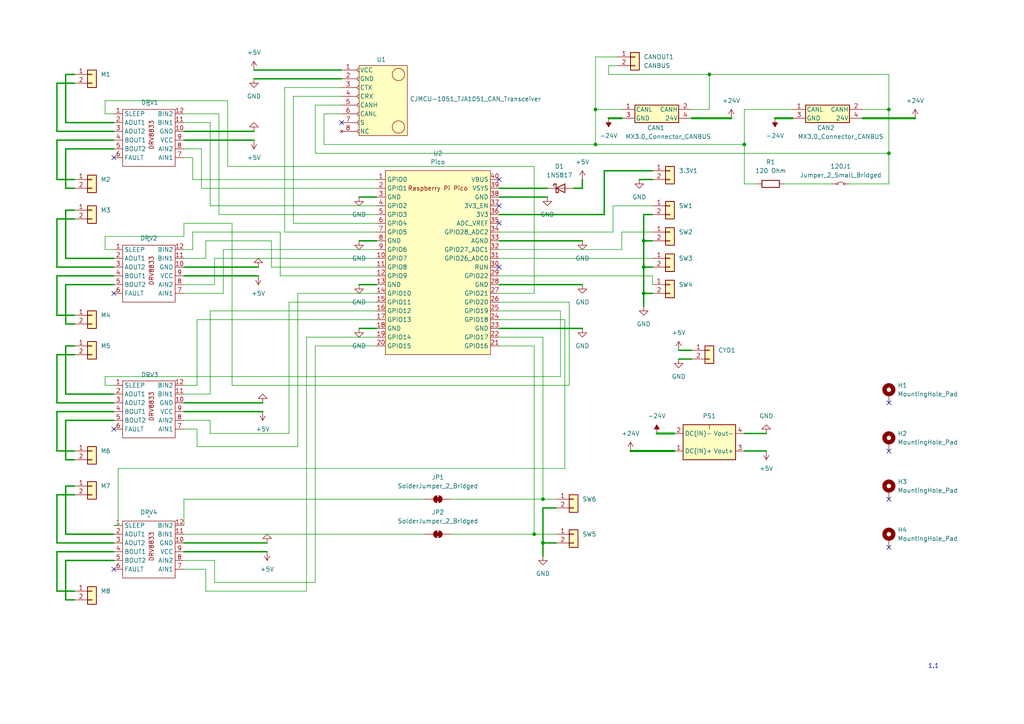
<source format=kicad_sch>
(kicad_sch (version 20250114) (generator "eeschema") (generator_version "9.0")
  (paper "A4")
  (lib_symbols
    (symbol "Conn_01x02_1" (pin_names (offset 1.016) (hide yes))
      (property "Reference" "J" (at 0 2.54 0))
      (property "Value" "Conn_01x02" (at 0 -5.08 0))
      (symbol "Conn_01x02_1_1_1"
        (pin passive line (at -5.08 0 0) (length 3.81) (name "Pin_1") (number "1"))
        (pin passive line (at -5.08 -2.54 0) (length 3.81) (name "Pin_2") (number "2"))
      )
    )
    (symbol "Connector_Generic:Conn_01x02" (pin_names (offset 1.016) (hide yes))
      (property "Reference" "J" (at 0 2.54 0))
      (property "Value" "Conn_01x02" (at 0 -5.08 0))
      (symbol "Conn_01x02_1_1"
        (pin passive line (at -5.08 0 0) (length 3.81) (name "Pin_1") (number "1"))
        (pin passive line (at -5.08 -2.54 0) (length 3.81) (name "Pin_2") (number "2"))
      )
    )
    (symbol "DRV8833_1"
      (property "Reference" "U" (at -1.27 8.89 0))
      (symbol "DRV8833_1_1_1"
        (text "DRV8833" (at 0.762 0.254 900) (effects (font (size 1.27 1.27))))
        (pin input line (at -10.16 6.35 0) (length 2.54) (name "SLEEP") (number "1"))
        (pin output line (at -10.16 3.81 0) (length 2.54) (name "AOUT1") (number "2"))
        (pin output line (at -10.16 1.27 0) (length 2.54) (name "AOUT2") (number "3"))
        (pin output line (at -10.16 -1.27 0) (length 2.54) (name "BOUT1") (number "4"))
        (pin output line (at -10.16 -3.81 0) (length 2.54) (name "BOUT2") (number "5"))
        (pin output line (at -10.16 -6.35 0) (length 2.54) (name "FAULT") (number "6"))
        (pin input line (at 10.16 6.35 180) (length 2.54) (name "BIN2") (number "12"))
        (pin input line (at 10.16 3.81 180) (length 2.54) (name "BIN1") (number "11"))
        (pin power_in line (at 10.16 1.27 180) (length 2.54) (name "GND") (number "10"))
        (pin power_in line (at 10.16 -1.27 180) (length 2.54) (name "VCC") (number "9"))
        (pin input line (at 10.16 -3.81 180) (length 2.54) (name "AIN2") (number "8"))
        (pin input line (at 10.16 -6.35 180) (length 2.54) (name "AIN1") (number "7"))
      )
    )
    (symbol "DRV8833_2"
      (property "Reference" "U" (at -1.27 8.89 0))
      (symbol "DRV8833_2_1_1"
        (text "DRV8833" (at 0.762 0.254 900) (effects (font (size 1.27 1.27))))
        (pin input line (at -10.16 6.35 0) (length 2.54) (name "SLEEP") (number "1"))
        (pin output line (at -10.16 3.81 0) (length 2.54) (name "AOUT1") (number "2"))
        (pin output line (at -10.16 1.27 0) (length 2.54) (name "AOUT2") (number "3"))
        (pin output line (at -10.16 -1.27 0) (length 2.54) (name "BOUT1") (number "4"))
        (pin output line (at -10.16 -3.81 0) (length 2.54) (name "BOUT2") (number "5"))
        (pin output line (at -10.16 -6.35 0) (length 2.54) (name "FAULT") (number "6"))
        (pin input line (at 10.16 6.35 180) (length 2.54) (name "BIN2") (number "12"))
        (pin input line (at 10.16 3.81 180) (length 2.54) (name "BIN1") (number "11"))
        (pin power_in line (at 10.16 1.27 180) (length 2.54) (name "GND") (number "10"))
        (pin power_in line (at 10.16 -1.27 180) (length 2.54) (name "VCC") (number "9"))
        (pin input line (at 10.16 -3.81 180) (length 2.54) (name "AIN2") (number "8"))
        (pin input line (at 10.16 -6.35 180) (length 2.54) (name "AIN1") (number "7"))
      )
    )
    (symbol "DRV8833_3"
      (property "Reference" "U" (at -1.27 8.89 0))
      (symbol "DRV8833_3_1_1"
        (text "DRV8833" (at 0.762 0.254 900) (effects (font (size 1.27 1.27))))
        (pin input line (at -10.16 6.35 0) (length 2.54) (name "SLEEP") (number "1"))
        (pin output line (at -10.16 3.81 0) (length 2.54) (name "AOUT1") (number "2"))
        (pin output line (at -10.16 1.27 0) (length 2.54) (name "AOUT2") (number "3"))
        (pin output line (at -10.16 -1.27 0) (length 2.54) (name "BOUT1") (number "4"))
        (pin output line (at -10.16 -3.81 0) (length 2.54) (name "BOUT2") (number "5"))
        (pin output line (at -10.16 -6.35 0) (length 2.54) (name "FAULT") (number "6"))
        (pin input line (at 10.16 6.35 180) (length 2.54) (name "BIN2") (number "12"))
        (pin input line (at 10.16 3.81 180) (length 2.54) (name "BIN1") (number "11"))
        (pin power_in line (at 10.16 1.27 180) (length 2.54) (name "GND") (number "10"))
        (pin power_in line (at 10.16 -1.27 180) (length 2.54) (name "VCC") (number "9"))
        (pin input line (at 10.16 -3.81 180) (length 2.54) (name "AIN2") (number "8"))
        (pin input line (at 10.16 -6.35 180) (length 2.54) (name "AIN1") (number "7"))
      )
    )
    (symbol "Device:R" (pin_numbers (hide yes)) (pin_names (offset 0))
      (property "Reference" "R" (at 2.032 0 90))
      (property "Value" "R" (at 0 0 90))
      (symbol "R_1_1"
        (pin passive line (at 0 3.81 270) (length 1.27) (name "~") (number "1"))
        (pin passive line (at 0 -3.81 90) (length 1.27) (name "~") (number "2"))
      )
    )
    (symbol "Diode:1N5817" (pin_numbers (hide yes)) (pin_names (offset 1.016) (hide yes))
      (property "Reference" "D" (at 0 2.54 0))
      (property "Value" "1N5817" (at 0 -2.54 0))
      (symbol "1N5817_1_1"
        (pin passive line (at -3.81 0 0) (length 2.54) (name "K") (number "1"))
        (pin passive line (at 3.81 0 180) (length 2.54) (name "A") (number "2"))
      )
    )
    (symbol "GND_1" (power) (pin_numbers (hide yes)) (pin_names (offset 0) (hide yes))
      (property "Value" "GND" (at 0 -3.81 0))
      (symbol "GND_1_1_1"
        (pin power_in line (at 0 0 270) (length 0) (name "~") (number "1"))
      )
    )
    (symbol "GND_12" (power) (pin_numbers (hide yes)) (pin_names (offset 0) (hide yes))
      (property "Value" "GND" (at 0 -3.81 0))
      (symbol "GND_12_1_1"
        (pin power_in line (at 0 0 270) (length 0) (name "~") (number "1"))
      )
    )
    (symbol "GND_13" (power) (pin_numbers (hide yes)) (pin_names (offset 0) (hide yes))
      (property "Value" "GND" (at 0 -3.81 0))
      (symbol "GND_13_1_1"
        (pin power_in line (at 0 0 270) (length 0) (name "~") (number "1"))
      )
    )
    (symbol "GND_14" (power) (pin_numbers (hide yes)) (pin_names (offset 0) (hide yes))
      (property "Value" "GND" (at 0 -3.81 0))
      (symbol "GND_14_1_1"
        (pin power_in line (at 0 0 270) (length 0) (name "~") (number "1"))
      )
    )
    (symbol "GND_16" (power) (pin_numbers (hide yes)) (pin_names (offset 0) (hide yes))
      (property "Value" "GND" (at 0 -3.81 0))
      (symbol "GND_16_1_1"
        (pin power_in line (at 0 0 270) (length 0) (name "~") (number "1"))
      )
    )
    (symbol "GND_17" (power) (pin_numbers (hide yes)) (pin_names (offset 0) (hide yes))
      (property "Value" "GND" (at 0 -3.81 0))
      (symbol "GND_17_1_1"
        (pin power_in line (at 0 0 270) (length 0) (name "~") (number "1"))
      )
    )
    (symbol "GND_18" (power) (pin_numbers (hide yes)) (pin_names (offset 0) (hide yes))
      (property "Value" "GND" (at 0 -3.81 0))
      (symbol "GND_18_1_1"
        (pin power_in line (at 0 0 270) (length 0) (name "~") (number "1"))
      )
    )
    (symbol "GND_2" (power) (pin_numbers (hide yes)) (pin_names (offset 0) (hide yes))
      (property "Value" "GND" (at 0 -3.81 0))
      (symbol "GND_2_1_1"
        (pin power_in line (at 0 0 270) (length 0) (name "~") (number "1"))
      )
    )
    (symbol "GND_3" (power) (pin_numbers (hide yes)) (pin_names (offset 0) (hide yes))
      (property "Value" "GND" (at 0 -3.81 0))
      (symbol "GND_3_1_1"
        (pin power_in line (at 0 0 270) (length 0) (name "~") (number "1"))
      )
    )
    (symbol "GND_4" (power) (pin_numbers (hide yes)) (pin_names (offset 0) (hide yes))
      (property "Value" "GND" (at 0 -3.81 0))
      (symbol "GND_4_1_1"
        (pin power_in line (at 0 0 270) (length 0) (name "~") (number "1"))
      )
    )
    (symbol "GND_5" (power) (pin_numbers (hide yes)) (pin_names (offset 0) (hide yes))
      (property "Value" "GND" (at 0 -3.81 0))
      (symbol "GND_5_1_1"
        (pin power_in line (at 0 0 270) (length 0) (name "~") (number "1"))
      )
    )
    (symbol "GND_6" (power) (pin_numbers (hide yes)) (pin_names (offset 0) (hide yes))
      (property "Value" "GND" (at 0 -3.81 0))
      (symbol "GND_6_1_1"
        (pin power_in line (at 0 0 270) (length 0) (name "~") (number "1"))
      )
    )
    (symbol "GND_7" (power) (pin_numbers (hide yes)) (pin_names (offset 0) (hide yes))
      (property "Value" "GND" (at 0 -3.81 0))
      (symbol "GND_7_1_1"
        (pin power_in line (at 0 0 270) (length 0) (name "~") (number "1"))
      )
    )
    (symbol "GND_9" (power) (pin_numbers (hide yes)) (pin_names (offset 0) (hide yes))
      (property "Value" "GND" (at 0 -3.81 0))
      (symbol "GND_9_1_1"
        (pin power_in line (at 0 0 270) (length 0) (name "~") (number "1"))
      )
    )
    (symbol "Jumper:Jumper_2_Small_Bridged" (pin_numbers (hide yes)) (pin_names (offset 0) (hide yes)) (exclude_from_sim yes)
      (property "Reference" "JP" (at 0 2.032 0))
      (property "Value" "Jumper_2_Small_Bridged" (at 0 -2.286 0))
      (symbol "Jumper_2_Small_Bridged_1_1"
        (pin passive line (at -2.54 0 0) (length 1.27) (name "A") (number "1"))
        (pin passive line (at 2.54 0 180) (length 1.27) (name "B") (number "2"))
      )
    )
    (symbol "Jumper:SolderJumper_2_Bridged" (pin_numbers (hide yes)) (pin_names (offset 0) (hide yes)) (exclude_from_sim yes) (in_bom no)
      (property "Reference" "JP" (at 0 2.032 0))
      (property "Value" "SolderJumper_2_Bridged" (at 0 -2.54 0))
      (symbol "SolderJumper_2_Bridged_1_1"
        (pin passive line (at -3.81 0 0) (length 2.54) (name "A") (number "1"))
        (pin passive line (at 3.81 0 180) (length 2.54) (name "B") (number "2"))
      )
    )
    (symbol "MCU_RaspberryPi_and_Boards:Pico"
      (property "Reference" "U1" (at 0 31.75 0))
      (property "Value" "Pico" (at 0 29.21 0))
      (symbol "Pico_0_0"
        (text "Raspberry Pi Pico" (at 0 21.59 0) (effects (font (size 1.27 1.27))))
      )
      (symbol "Pico_1_1"
        (pin bidirectional line (at -17.78 24.13 0) (length 2.54) (name "GPIO0") (number "1"))
        (pin bidirectional line (at -17.78 21.59 0) (length 2.54) (name "GPIO1") (number "2"))
        (pin power_in line (at -17.78 19.05 0) (length 2.54) (name "GND") (number "3"))
        (pin bidirectional line (at -17.78 16.51 0) (length 2.54) (name "GPIO2") (number "4"))
        (pin bidirectional line (at -17.78 13.97 0) (length 2.54) (name "GPIO3") (number "5"))
        (pin bidirectional line (at -17.78 11.43 0) (length 2.54) (name "GPIO4") (number "6"))
        (pin bidirectional line (at -17.78 8.89 0) (length 2.54) (name "GPIO5") (number "7"))
        (pin power_in line (at -17.78 6.35 0) (length 2.54) (name "GND") (number "8"))
        (pin bidirectional line (at -17.78 3.81 0) (length 2.54) (name "GPIO6") (number "9"))
        (pin bidirectional line (at -17.78 1.27 0) (length 2.54) (name "GPIO7") (number "10"))
        (pin bidirectional line (at -17.78 -1.27 0) (length 2.54) (name "GPIO8") (number "11"))
        (pin bidirectional line (at -17.78 -3.81 0) (length 2.54) (name "GPIO9") (number "12"))
        (pin power_in line (at -17.78 -6.35 0) (length 2.54) (name "GND") (number "13"))
        (pin bidirectional line (at -17.78 -8.89 0) (length 2.54) (name "GPIO10") (number "14"))
        (pin bidirectional line (at -17.78 -11.43 0) (length 2.54) (name "GPIO11") (number "15"))
        (pin bidirectional line (at -17.78 -13.97 0) (length 2.54) (name "GPIO12") (number "16"))
        (pin bidirectional line (at -17.78 -16.51 0) (length 2.54) (name "GPIO13") (number "17"))
        (pin power_in line (at -17.78 -19.05 0) (length 2.54) (name "GND") (number "18"))
        (pin bidirectional line (at -17.78 -21.59 0) (length 2.54) (name "GPIO14") (number "19"))
        (pin bidirectional line (at -17.78 -24.13 0) (length 2.54) (name "GPIO15") (number "20"))
        (pin power_in line (at 17.78 24.13 180) (length 2.54) (name "VBUS") (number "40"))
        (pin power_in line (at 17.78 21.59 180) (length 2.54) (name "VSYS") (number "39"))
        (pin bidirectional line (at 17.78 19.05 180) (length 2.54) (name "GND") (number "38"))
        (pin input line (at 17.78 16.51 180) (length 2.54) (name "3V3_EN") (number "37"))
        (pin power_in line (at 17.78 13.97 180) (length 2.54) (name "3V3") (number "36"))
        (pin power_in line (at 17.78 11.43 180) (length 2.54) (name "ADC_VREF") (number "35"))
        (pin bidirectional line (at 17.78 8.89 180) (length 2.54) (name "GPIO28_ADC2") (number "34"))
        (pin power_in line (at 17.78 6.35 180) (length 2.54) (name "AGND") (number "33"))
        (pin bidirectional line (at 17.78 3.81 180) (length 2.54) (name "GPIO27_ADC1") (number "32"))
        (pin bidirectional line (at 17.78 1.27 180) (length 2.54) (name "GPIO26_ADC0") (number "31"))
        (pin input line (at 17.78 -1.27 180) (length 2.54) (name "RUN") (number "30"))
        (pin bidirectional line (at 17.78 -3.81 180) (length 2.54) (name "GPIO22") (number "29"))
        (pin power_in line (at 17.78 -6.35 180) (length 2.54) (name "GND") (number "28"))
        (pin bidirectional line (at 17.78 -8.89 180) (length 2.54) (name "GPIO21") (number "27"))
        (pin bidirectional line (at 17.78 -11.43 180) (length 2.54) (name "GPIO20") (number "26"))
        (pin bidirectional line (at 17.78 -13.97 180) (length 2.54) (name "GPIO19") (number "25"))
        (pin bidirectional line (at 17.78 -16.51 180) (length 2.54) (name "GPIO18") (number "24"))
        (pin power_in line (at 17.78 -19.05 180) (length 2.54) (name "GND") (number "23"))
        (pin bidirectional line (at 17.78 -21.59 180) (length 2.54) (name "GPIO17") (number "22"))
        (pin bidirectional line (at 17.78 -24.13 180) (length 2.54) (name "GPIO16") (number "21"))
      )
    )
    (symbol "Mechanical:MountingHole_Pad" (pin_numbers (hide yes)) (pin_names (offset 1.016) (hide yes)) (exclude_from_sim yes) (in_bom no)
      (property "Reference" "H" (at 0 6.35 0))
      (property "Value" "MountingHole_Pad" (at 0 4.445 0))
      (symbol "MountingHole_Pad_1_1"
        (pin input line (at 0 -2.54 90) (length 2.54) (name "1") (number "1"))
      )
    )
    (symbol "New_Library:CJMCU-1051_TJA1051_CAN_Transceiver" (pin_names (offset 1.524))
      (property "Reference" "U" (at 0 10.16 0))
      (property "Value" "CJMCU-1051_TJA1051_CAN_Transceiver" (at 0 -12.7 0))
      (symbol "CJMCU-1051_TJA1051_CAN_Transceiver_1_1"
        (pin power_in line (at -5.08 7.62 0) (length 3.81) (name "VCC") (number "1"))
        (pin power_in line (at -5.08 5.08 0) (length 3.81) (name "GND") (number "2"))
        (pin output line (at -5.08 2.54 0) (length 3.81) (name "CTX") (number "3"))
        (pin input line (at -5.08 0 0) (length 3.81) (name "CRX") (number "4"))
        (pin bidirectional line (at -5.08 -2.54 0) (length 3.81) (name "CANH") (number "5"))
        (pin bidirectional line (at -5.08 -5.08 0) (length 3.81) (name "CANL") (number "6"))
        (pin passive line (at -5.08 -7.62 0) (length 3.81) (name "S") (number "7"))
        (pin no_connect line (at -5.08 -10.16 0) (length 3.81) (name "NC") (number "8"))
      )
    )
    (symbol "New_Library:DRV8833"
      (property "Reference" "U" (at -1.27 8.89 0))
      (symbol "DRV8833_1_1"
        (text "DRV8833" (at 0.762 0.254 900) (effects (font (size 1.27 1.27))))
        (pin input line (at -10.16 6.35 0) (length 2.54) (name "SLEEP") (number "1"))
        (pin output line (at -10.16 3.81 0) (length 2.54) (name "AOUT1") (number "2"))
        (pin output line (at -10.16 1.27 0) (length 2.54) (name "AOUT2") (number "3"))
        (pin output line (at -10.16 -1.27 0) (length 2.54) (name "BOUT1") (number "4"))
        (pin output line (at -10.16 -3.81 0) (length 2.54) (name "BOUT2") (number "5"))
        (pin output line (at -10.16 -6.35 0) (length 2.54) (name "FAULT") (number "6"))
        (pin input line (at 10.16 6.35 180) (length 2.54) (name "BIN2") (number "12"))
        (pin input line (at 10.16 3.81 180) (length 2.54) (name "BIN1") (number "11"))
        (pin power_in line (at 10.16 1.27 180) (length 2.54) (name "GND") (number "10"))
        (pin power_in line (at 10.16 -1.27 180) (length 2.54) (name "VCC") (number "9"))
        (pin input line (at 10.16 -3.81 180) (length 2.54) (name "AIN2") (number "8"))
        (pin input line (at 10.16 -6.35 180) (length 2.54) (name "AIN1") (number "7"))
      )
    )
    (symbol "New_Library:MPT1583EN_Module"
      (property "Reference" "PS" (at 0 6.35 0))
      (symbol "MPT1583EN_Module_1_1"
        (pin power_in line (at -10.16 2.54 0) (length 2.54) (name "DC(IN)-") (number "2"))
        (pin power_in line (at -10.16 -2.54 0) (length 2.54) (name "DC(IN)+") (number "1"))
        (pin power_out line (at 10.16 2.54 180) (length 2.54) (name "Vout-") (number "4"))
        (pin power_out line (at 10.16 -2.54 180) (length 2.54) (name "Vout+") (number "3"))
      )
    )
    (symbol "New_Library:MX3.0_Connector_CANBUS" (pin_names (offset 0.254))
      (property "Reference" "J" (at 1.27 2.54 0))
      (property "Value" "MX3.0_Connector_CANBUS" (at 1.27 -5.842 0))
      (symbol "MX3.0_Connector_CANBUS_1_1"
        (pin bidirectional line (at -8.89 0 0) (length 3.81) (name "CANL") (number "1"))
        (pin passive line (at -8.89 -2.54 0) (length 3.81) (name "GND") (number "3"))
        (pin bidirectional line (at 11.43 0 180) (length 3.81) (name "CANH") (number "2"))
        (pin passive line (at 11.43 -2.54 180) (length 3.81) (name "24V") (number "4"))
      )
    )
    (symbol "power:+24V" (power) (pin_numbers (hide yes)) (pin_names (offset 0) (hide yes))
      (property "Value" "+24V" (at 0 3.556 0))
      (symbol "+24V_1_1"
        (pin power_in line (at 0 0 90) (length 0) (name "~") (number "1"))
      )
    )
    (symbol "power:+5V" (power) (pin_numbers (hide yes)) (pin_names (offset 0) (hide yes))
      (property "Value" "+5V" (at 0 3.556 0))
      (symbol "+5V_1_1"
        (pin power_in line (at 0 0 90) (length 0) (name "~") (number "1"))
      )
    )
    (symbol "power:-24V" (power) (pin_numbers (hide yes)) (pin_names (offset 0) (hide yes))
      (property "Value" "-24V" (at 0 3.556 0))
      (symbol "-24V_0_0"
        (pin power_in line (at 0 0 90) (length 0) (name "~") (number "1"))
      )
    )
    (symbol "power:GND" (power) (pin_numbers (hide yes)) (pin_names (offset 0) (hide yes))
      (property "Value" "GND" (at 0 -3.81 0))
      (symbol "GND_1_1"
        (pin power_in line (at 0 0 270) (length 0) (name "~") (number "1"))
      )
    )
  )
  (text "1.1" (at 270.764 193.294 0) (effects (font (size 1.27 1.27))))
  (junction (at 157.48 157.48))
  (junction (at 157.48 144.78))
  (junction (at 257.81 31.75))
  (junction (at 186.69 69.85))
  (junction (at 172.72 41.91))
  (junction (at 257.81 44.45))
  (junction (at 205.74 21.59))
  (junction (at 172.72 31.75))
  (junction (at 215.9 41.91))
  (junction (at 186.69 85.09))
  (junction (at 186.69 77.47))
  (junction (at 154.94 154.94))
  (no_connect (at 144.78 59.69))
  (no_connect (at 144.78 77.47))
  (no_connect (at 33.02 165.1))
  (no_connect (at 33.02 124.46))
  (no_connect (at 257.81 158.75))
  (no_connect (at 257.81 130.81))
  (no_connect (at 33.02 85.09))
  (no_connect (at 99.06 35.56))
  (no_connect (at 257.81 144.78))
  (no_connect (at 144.78 64.77))
  (no_connect (at 144.78 52.07))
  (no_connect (at 257.81 116.84))
  (no_connect (at 33.02 45.72))
  (wire (pts (xy 250.19 31.75) (xy 257.81 31.75)))
  (wire (pts (xy 16.51 171.45) (xy 16.51 160.02)) (stroke (width 0.4)))
  (wire (pts (xy 215.9 53.34) (xy 219.71 53.34)))
  (wire (pts (xy 104.14 95.25) (xy 109.22 95.25)) (stroke (width 0.4)))
  (wire (pts (xy 16.51 52.07) (xy 21.59 52.07)) (stroke (width 0.4)))
  (wire (pts (xy 162.56 90.17) (xy 162.56 109.22)))
  (wire (pts (xy 53.34 144.78) (xy 53.34 152.4)))
  (wire (pts (xy 175.26 62.23) (xy 175.26 49.53)) (stroke (width 0.4)))
  (wire (pts (xy 180.34 72.39) (xy 180.34 67.31)))
  (wire (pts (xy 16.51 91.44) (xy 16.51 80.01)) (stroke (width 0.4)))
  (wire (pts (xy 53.34 80.01) (xy 74.93 80.01)) (stroke (width 0.4)))
  (wire (pts (xy 16.51 171.45) (xy 21.59 171.45)) (stroke (width 0.4)))
  (wire (pts (xy 19.05 82.55) (xy 33.02 82.55)) (stroke (width 0.4)))
  (wire (pts (xy 53.34 157.48) (xy 77.47 157.48)) (stroke (width 0.4)))
  (wire (pts (xy 53.34 119.38) (xy 76.2 119.38)) (stroke (width 0.4)))
  (wire (pts (xy 62.23 74.93) (xy 62.23 82.55)))
  (wire (pts (xy 109.22 77.47) (xy 78.74 77.47)))
  (wire (pts (xy 21.59 173.99) (xy 19.05 173.99)) (stroke (width 0.4)))
  (wire (pts (xy 16.51 130.81) (xy 16.51 119.38)) (stroke (width 0.4)))
  (wire (pts (xy 190.5 125.73) (xy 195.58 125.73)) (stroke (width 0.6)))
  (wire (pts (xy 186.69 69.85) (xy 189.23 69.85)) (stroke (width 0.4)))
  (wire (pts (xy 16.51 63.5) (xy 21.59 63.5)) (stroke (width 0.4)))
  (wire (pts (xy 180.34 67.31) (xy 189.23 67.31)))
  (wire (pts (xy 109.22 97.79) (xy 88.9 97.79)))
  (wire (pts (xy 19.05 21.59) (xy 19.05 35.56)) (stroke (width 0.4)))
  (wire (pts (xy 59.69 74.93) (xy 53.34 74.93)))
  (wire (pts (xy 81.28 80.01) (xy 81.28 67.31)))
  (wire (pts (xy 162.56 109.22) (xy 30.48 109.22)))
  (wire (pts (xy 58.42 54.61) (xy 58.42 43.18)))
  (wire (pts (xy 215.9 41.91) (xy 215.9 53.34)))
  (wire (pts (xy 19.05 162.56) (xy 19.05 173.99)) (stroke (width 0.4)))
  (wire (pts (xy 104.14 57.15) (xy 109.22 57.15)) (stroke (width 0.4)))
  (wire (pts (xy 109.22 92.71) (xy 57.15 92.71)))
  (wire (pts (xy 109.22 90.17) (xy 60.96 90.17)))
  (wire (pts (xy 104.14 82.55) (xy 109.22 82.55)) (stroke (width 0.4)))
  (wire (pts (xy 215.9 31.75) (xy 215.9 41.91)))
  (wire (pts (xy 157.48 157.48) (xy 157.48 161.29)) (stroke (width 0.4)))
  (wire (pts (xy 186.69 77.47) (xy 186.69 69.85)) (stroke (width 0.4)))
  (wire (pts (xy 88.9 97.79) (xy 88.9 171.45)))
  (wire (pts (xy 172.72 31.75) (xy 172.72 16.51)))
  (wire (pts (xy 144.78 82.55) (xy 168.91 82.55)) (stroke (width 0.4)))
  (wire (pts (xy 67.31 64.77) (xy 53.34 64.77)))
  (wire (pts (xy 172.72 41.91) (xy 215.9 41.91)))
  (wire (pts (xy 144.78 57.15) (xy 158.75 57.15)) (stroke (width 0.4)))
  (wire (pts (xy 165.1 87.63) (xy 165.1 111.76)))
  (wire (pts (xy 16.51 130.81) (xy 21.59 130.81)) (stroke (width 0.4)))
  (wire (pts (xy 130.81 144.78) (xy 157.48 144.78)))
  (wire (pts (xy 196.85 104.14) (xy 200.66 104.14)) (stroke (width 0.4)))
  (wire (pts (xy 16.51 40.64) (xy 33.02 40.64)) (stroke (width 0.4)))
  (wire (pts (xy 144.78 87.63) (xy 165.1 87.63)))
  (wire (pts (xy 83.82 87.63) (xy 83.82 125.73)))
  (wire (pts (xy 144.78 85.09) (xy 154.94 85.09)))
  (wire (pts (xy 19.05 121.92) (xy 33.02 121.92)) (stroke (width 0.4)))
  (wire (pts (xy 227.33 53.34) (xy 241.3 53.34)))
  (wire (pts (xy 161.29 147.32) (xy 157.48 147.32)) (stroke (width 0.4)))
  (wire (pts (xy 157.48 157.48) (xy 161.29 157.48)) (stroke (width 0.4)))
  (wire (pts (xy 91.44 30.48) (xy 91.44 44.45)))
  (wire (pts (xy 189.23 80.01) (xy 189.23 82.55)))
  (wire (pts (xy 16.51 157.48) (xy 33.02 157.48)) (stroke (width 0.4)))
  (wire (pts (xy 154.94 85.09) (xy 154.94 48.26)))
  (wire (pts (xy 109.22 72.39) (xy 64.77 72.39)))
  (wire (pts (xy 60.96 125.73) (xy 60.96 121.92)))
  (wire (pts (xy 200.66 34.29) (xy 212.09 34.29)) (stroke (width 0.6)))
  (wire (pts (xy 123.19 154.94) (xy 53.34 154.94)))
  (wire (pts (xy 144.78 74.93) (xy 189.23 74.93)))
  (wire (pts (xy 16.51 24.13) (xy 16.51 38.1)) (stroke (width 0.4)))
  (wire (pts (xy 189.23 77.47) (xy 186.69 77.47)) (stroke (width 0.4)))
  (wire (pts (xy 109.22 52.07) (xy 55.88 52.07)))
  (wire (pts (xy 53.34 116.84) (xy 76.2 116.84)) (stroke (width 0.4)))
  (wire (pts (xy 62.23 168.91) (xy 62.23 162.56)))
  (wire (pts (xy 34.29 152.4) (xy 33.02 152.4)))
  (wire (pts (xy 55.88 52.07) (xy 55.88 45.72)))
  (wire (pts (xy 177.8 67.31) (xy 177.8 59.69)))
  (wire (pts (xy 109.22 100.33) (xy 91.44 100.33)))
  (wire (pts (xy 63.5 33.02) (xy 53.34 33.02)))
  (wire (pts (xy 63.5 62.23) (xy 63.5 33.02)))
  (wire (pts (xy 53.34 43.18) (xy 58.42 43.18)))
  (wire (pts (xy 186.69 85.09) (xy 186.69 77.47)) (stroke (width 0.4)))
  (wire (pts (xy 88.9 171.45) (xy 59.69 171.45)))
  (wire (pts (xy 19.05 54.61) (xy 21.59 54.61)) (stroke (width 0.4)))
  (wire (pts (xy 19.05 35.56) (xy 33.02 35.56)) (stroke (width 0.4)))
  (wire (pts (xy 66.04 29.21) (xy 30.48 29.21)))
  (wire (pts (xy 86.36 85.09) (xy 86.36 129.54)))
  (wire (pts (xy 16.51 143.51) (xy 16.51 157.48)) (stroke (width 0.4)))
  (wire (pts (xy 93.98 33.02) (xy 99.06 33.02)))
  (wire (pts (xy 166.37 54.61) (xy 168.91 54.61)) (stroke (width 0.4)))
  (wire (pts (xy 109.22 85.09) (xy 86.36 85.09)))
  (wire (pts (xy 176.53 19.05) (xy 179.07 19.05)))
  (wire (pts (xy 85.09 64.77) (xy 109.22 64.77)))
  (wire (pts (xy 19.05 21.59) (xy 21.59 21.59)) (stroke (width 0.4)))
  (wire (pts (xy 144.78 69.85) (xy 168.91 69.85)) (stroke (width 0.4)))
  (wire (pts (xy 93.98 41.91) (xy 172.72 41.91)))
  (wire (pts (xy 64.77 85.09) (xy 53.34 85.09)))
  (wire (pts (xy 257.81 21.59) (xy 205.74 21.59)))
  (wire (pts (xy 172.72 31.75) (xy 180.34 31.75)))
  (wire (pts (xy 168.91 54.61) (xy 168.91 52.07)) (stroke (width 0.4)))
  (wire (pts (xy 16.51 52.07) (xy 16.51 40.64)) (stroke (width 0.4)))
  (wire (pts (xy 53.34 68.58) (xy 30.48 68.58)))
  (wire (pts (xy 16.51 91.44) (xy 21.59 91.44)) (stroke (width 0.4)))
  (wire (pts (xy 21.59 93.98) (xy 19.05 93.98)) (stroke (width 0.4)))
  (wire (pts (xy 66.04 48.26) (xy 66.04 29.21)))
  (wire (pts (xy 224.79 34.29) (xy 229.87 34.29)) (stroke (width 0.6)))
  (wire (pts (xy 30.48 111.76) (xy 33.02 111.76)))
  (wire (pts (xy 30.48 29.21) (xy 30.48 33.02)))
  (wire (pts (xy 16.51 80.01) (xy 33.02 80.01)) (stroke (width 0.4)))
  (wire (pts (xy 53.34 77.47) (xy 74.93 77.47)) (stroke (width 0.4)))
  (wire (pts (xy 109.22 59.69) (xy 60.96 59.69)))
  (wire (pts (xy 55.88 72.39) (xy 53.34 72.39)))
  (wire (pts (xy 53.34 144.78) (xy 123.19 144.78)))
  (wire (pts (xy 21.59 133.35) (xy 19.05 133.35)) (stroke (width 0.4)))
  (wire (pts (xy 144.78 72.39) (xy 180.34 72.39)))
  (wire (pts (xy 154.94 154.94) (xy 130.81 154.94)))
  (wire (pts (xy 189.23 62.23) (xy 186.69 62.23)) (stroke (width 0.4)))
  (wire (pts (xy 59.69 165.1) (xy 53.34 165.1)))
  (wire (pts (xy 99.06 30.48) (xy 91.44 30.48)))
  (wire (pts (xy 196.85 101.6) (xy 200.66 101.6)) (stroke (width 0.4)))
  (wire (pts (xy 60.96 59.69) (xy 60.96 35.56)))
  (wire (pts (xy 82.55 25.4) (xy 99.06 25.4)))
  (wire (pts (xy 109.22 74.93) (xy 62.23 74.93)))
  (wire (pts (xy 60.96 114.3) (xy 53.34 114.3)))
  (wire (pts (xy 157.48 147.32) (xy 157.48 157.48)) (stroke (width 0.4)))
  (wire (pts (xy 82.55 67.31) (xy 109.22 67.31)))
  (wire (pts (xy 16.51 63.5) (xy 16.51 77.47)) (stroke (width 0.4)))
  (wire (pts (xy 250.19 34.29) (xy 265.43 34.29)) (stroke (width 0.6)))
  (wire (pts (xy 257.81 31.75) (xy 257.81 21.59)))
  (wire (pts (xy 53.34 45.72) (xy 55.88 45.72)))
  (wire (pts (xy 57.15 124.46) (xy 53.34 124.46)))
  (wire (pts (xy 144.78 80.01) (xy 189.23 80.01)))
  (wire (pts (xy 91.44 168.91) (xy 62.23 168.91)))
  (wire (pts (xy 19.05 100.33) (xy 21.59 100.33)) (stroke (width 0.4)))
  (wire (pts (xy 109.22 62.23) (xy 63.5 62.23)))
  (wire (pts (xy 60.96 90.17) (xy 60.96 114.3)))
  (wire (pts (xy 186.69 85.09) (xy 186.69 88.9)) (stroke (width 0.4)))
  (wire (pts (xy 172.72 16.51) (xy 179.07 16.51)))
  (wire (pts (xy 19.05 140.97) (xy 19.05 154.94)) (stroke (width 0.4)))
  (wire (pts (xy 144.78 54.61) (xy 158.75 54.61)) (stroke (width 0.4)))
  (wire (pts (xy 30.48 72.39) (xy 33.02 72.39)))
  (wire (pts (xy 229.87 31.75) (xy 215.9 31.75)))
  (wire (pts (xy 257.81 44.45) (xy 257.81 53.34)))
  (wire (pts (xy 186.69 62.23) (xy 186.69 69.85)) (stroke (width 0.4)))
  (wire (pts (xy 104.14 69.85) (xy 109.22 69.85)) (stroke (width 0.4)))
  (wire (pts (xy 62.23 162.56) (xy 53.34 162.56)))
  (wire (pts (xy 19.05 43.18) (xy 19.05 54.61)) (stroke (width 0.4)))
  (wire (pts (xy 57.15 111.76) (xy 53.34 111.76)))
  (wire (pts (xy 19.05 74.93) (xy 33.02 74.93)) (stroke (width 0.4)))
  (wire (pts (xy 185.42 52.07) (xy 189.23 52.07)) (stroke (width 0.4)))
  (wire (pts (xy 16.51 119.38) (xy 33.02 119.38)) (stroke (width 0.4)))
  (wire (pts (xy 19.05 60.96) (xy 19.05 74.93)) (stroke (width 0.4)))
  (wire (pts (xy 16.51 143.51) (xy 21.59 143.51)) (stroke (width 0.4)))
  (wire (pts (xy 86.36 129.54) (xy 57.15 129.54)))
  (wire (pts (xy 205.74 21.59) (xy 205.74 31.75)))
  (wire (pts (xy 177.8 59.69) (xy 189.23 59.69)))
  (wire (pts (xy 144.78 90.17) (xy 162.56 90.17)))
  (wire (pts (xy 205.74 21.59) (xy 176.53 21.59)))
  (wire (pts (xy 30.48 68.58) (xy 30.48 72.39)))
  (wire (pts (xy 30.48 109.22) (xy 30.48 111.76)))
  (wire (pts (xy 16.51 38.1) (xy 33.02 38.1)) (stroke (width 0.4)))
  (wire (pts (xy 91.44 44.45) (xy 257.81 44.45)))
  (wire (pts (xy 53.34 40.64) (xy 73.66 40.64)) (stroke (width 0.4)))
  (wire (pts (xy 157.48 97.79) (xy 157.48 144.78)))
  (wire (pts (xy 81.28 67.31) (xy 55.88 67.31)))
  (wire (pts (xy 53.34 160.02) (xy 77.47 160.02)) (stroke (width 0.4)))
  (wire (pts (xy 34.29 135.89) (xy 34.29 152.4)))
  (wire (pts (xy 176.53 21.59) (xy 176.53 19.05)))
  (wire (pts (xy 189.23 85.09) (xy 186.69 85.09)) (stroke (width 0.4)))
  (wire (pts (xy 85.09 27.94) (xy 85.09 64.77)))
  (wire (pts (xy 53.34 64.77) (xy 53.34 68.58)))
  (wire (pts (xy 154.94 100.33) (xy 154.94 154.94)))
  (wire (pts (xy 144.78 62.23) (xy 175.26 62.23)) (stroke (width 0.4)))
  (wire (pts (xy 57.15 92.71) (xy 57.15 111.76)))
  (wire (pts (xy 205.74 31.75) (xy 200.66 31.75)))
  (wire (pts (xy 144.78 100.33) (xy 154.94 100.33)))
  (wire (pts (xy 16.51 24.13) (xy 21.59 24.13)) (stroke (width 0.4)))
  (wire (pts (xy 19.05 100.33) (xy 19.05 114.3)) (stroke (width 0.4)))
  (wire (pts (xy 19.05 162.56) (xy 33.02 162.56)) (stroke (width 0.4)))
  (wire (pts (xy 19.05 82.55) (xy 19.05 93.98)) (stroke (width 0.4)))
  (wire (pts (xy 16.51 77.47) (xy 33.02 77.47)) (stroke (width 0.4)))
  (wire (pts (xy 78.74 77.47) (xy 78.74 69.85)))
  (wire (pts (xy 144.78 92.71) (xy 163.83 92.71)))
  (wire (pts (xy 16.51 116.84) (xy 33.02 116.84)) (stroke (width 0.4)))
  (wire (pts (xy 93.98 33.02) (xy 93.98 41.91)))
  (wire (pts (xy 172.72 31.75) (xy 172.72 41.91)))
  (wire (pts (xy 60.96 35.56) (xy 53.34 35.56)))
  (wire (pts (xy 163.83 135.89) (xy 34.29 135.89)))
  (wire (pts (xy 55.88 67.31) (xy 55.88 72.39)))
  (wire (pts (xy 154.94 48.26) (xy 66.04 48.26)))
  (wire (pts (xy 154.94 154.94) (xy 161.29 154.94)))
  (wire (pts (xy 73.66 22.86) (xy 99.06 22.86)) (stroke (width 0.4)))
  (wire (pts (xy 157.48 144.78) (xy 161.29 144.78)))
  (wire (pts (xy 82.55 25.4) (xy 82.55 67.31)))
  (wire (pts (xy 99.06 27.94) (xy 85.09 27.94)))
  (wire (pts (xy 19.05 121.92) (xy 19.05 133.35)) (stroke (width 0.4)))
  (wire (pts (xy 57.15 129.54) (xy 57.15 124.46)))
  (wire (pts (xy 19.05 43.18) (xy 33.02 43.18)) (stroke (width 0.4)))
  (wire (pts (xy 144.78 97.79) (xy 157.48 97.79)))
  (wire (pts (xy 19.05 154.94) (xy 33.02 154.94)) (stroke (width 0.4)))
  (wire (pts (xy 176.53 34.29) (xy 180.34 34.29)) (stroke (width 0.6)))
  (wire (pts (xy 215.9 130.81) (xy 222.25 130.81)) (stroke (width 0.4)))
  (wire (pts (xy 73.66 20.32) (xy 99.06 20.32)) (stroke (width 0.4)))
  (wire (pts (xy 78.74 69.85) (xy 59.69 69.85)))
  (wire (pts (xy 19.05 140.97) (xy 21.59 140.97)) (stroke (width 0.4)))
  (wire (pts (xy 64.77 72.39) (xy 64.77 85.09)))
  (wire (pts (xy 163.83 92.71) (xy 163.83 135.89)))
  (wire (pts (xy 19.05 114.3) (xy 33.02 114.3)) (stroke (width 0.4)))
  (wire (pts (xy 144.78 95.25) (xy 168.91 95.25)) (stroke (width 0.4)))
  (wire (pts (xy 109.22 54.61) (xy 58.42 54.61)))
  (wire (pts (xy 91.44 100.33) (xy 91.44 168.91)))
  (wire (pts (xy 165.1 111.76) (xy 67.31 111.76)))
  (wire (pts (xy 59.69 171.45) (xy 59.69 165.1)))
  (wire (pts (xy 53.34 121.92) (xy 60.96 121.92)))
  (wire (pts (xy 59.69 69.85) (xy 59.69 74.93)))
  (wire (pts (xy 53.34 82.55) (xy 62.23 82.55)))
  (wire (pts (xy 257.81 53.34) (xy 246.38 53.34)))
  (wire (pts (xy 182.88 130.81) (xy 195.58 130.81)) (stroke (width 0.6)))
  (wire (pts (xy 67.31 111.76) (xy 67.31 64.77)))
  (wire (pts (xy 16.51 102.87) (xy 16.51 116.84)) (stroke (width 0.4)))
  (wire (pts (xy 175.26 49.53) (xy 189.23 49.53)) (stroke (width 0.4)))
  (wire (pts (xy 53.34 38.1) (xy 73.66 38.1)) (stroke (width 0.4)))
  (wire (pts (xy 30.48 33.02) (xy 33.02 33.02)))
  (wire (pts (xy 109.22 87.63) (xy 83.82 87.63)))
  (wire (pts (xy 144.78 67.31) (xy 177.8 67.31)))
  (wire (pts (xy 215.9 125.73) (xy 222.25 125.73)) (stroke (width 0.4)))
  (wire (pts (xy 109.22 80.01) (xy 81.28 80.01)))
  (wire (pts (xy 16.51 160.02) (xy 33.02 160.02)) (stroke (width 0.4)))
  (wire (pts (xy 257.81 44.45) (xy 257.81 31.75)))
  (wire (pts (xy 19.05 60.96) (xy 21.59 60.96)) (stroke (width 0.4)))
  (wire (pts (xy 83.82 125.73) (xy 60.96 125.73)))
  (wire (pts (xy 16.51 102.87) (xy 21.59 102.87)) (stroke (width 0.4)))
  (symbol (lib_name "DRV8833_3") (lib_id "New_Library:DRV8833") (at 43.18 118.11 0) (unit 1)
    (property "Reference" "DRV3" (at 43.434 108.712 0))
    (property "Value" "~" (at 43.18 109.22 0))
    (property "Footprint" "Library:DRV8833_Module" (effects (hide yes)))
  )
  (symbol (lib_id "power:+5V") (at 73.66 20.32 0) (unit 1)
    (property "Reference" "#PWR01" (effects (hide yes)))
    (property "Value" "+5V" (at 73.66 15.24 0))
    (property "Description" "Power symbol creates a global label with name \"+5V\"" (effects (hide yes)))
  )
  (symbol (lib_id "Mechanical:MountingHole_Pad") (at 257.81 114.3 0) (unit 1) (exclude_from_sim yes) (in_bom no)
    (property "Reference" "H1" (at 260.35 111.7599 0) (effects (justify left)))
    (property "Value" "MountingHole_Pad" (at 260.35 114.2999 0) (effects (justify left)))
    (property "Footprint" "MountingHole:MountingHole_3.2mm_M3_Pad_TopBottom" (effects (hide yes)))
    (property "Description" "Mounting Hole with connection" (effects (hide yes)))
  )
  (symbol (lib_id "power:+5V") (at 73.66 40.64 180) (unit 1)
    (property "Reference" "#PWR04" (effects (hide yes)))
    (property "Value" "+5V" (at 73.66 45.72 0))
    (property "Description" "Power symbol creates a global label with name \"+5V\"" (effects (hide yes)))
  )
  (symbol (lib_name "Conn_01x02_1") (lib_id "Connector_Generic:Conn_01x02") (at 194.31 82.55 0) (unit 1)
    (property "Reference" "SW4" (at 196.85 82.5499 0) (effects (justify left)))
    (property "Value" "Conn_01x02 Pin1+ Pin2-" (effects (hide yes)))
    (property "Footprint" "Connector_JST:JST_XH_B2B-XH-A_1x02_P2.50mm_Vertical" (effects (hide yes)))
    (property "Description" "Generic connector, single row, 01x02, script generated (kicad-library-utils/schlib/autogen/connector/)" (effects (hide yes)))
  )
  (symbol (lib_name "Conn_01x02_1") (lib_id "Connector_Generic:Conn_01x02") (at 26.67 171.45 0) (unit 1)
    (property "Reference" "M8" (at 29.21 171.4499 0) (effects (justify left)))
    (property "Value" "Conn_01x02 Pin1+ Pin2-" (effects (hide yes)))
    (property "Footprint" "Connector_JST:JST_XH_B2B-XH-A_1x02_P2.50mm_Vertical" (effects (hide yes)))
    (property "Description" "Generic connector, single row, 01x02, script generated (kicad-library-utils/schlib/autogen/connector/)" (effects (hide yes)))
  )
  (symbol (lib_name "Conn_01x02_1") (lib_id "Connector_Generic:Conn_01x02") (at 26.67 91.44 0) (unit 1)
    (property "Reference" "M4" (at 29.21 91.4399 0) (effects (justify left)))
    (property "Value" "Conn_01x02 Pin1+ Pin2-" (effects (hide yes)))
    (property "Footprint" "Connector_JST:JST_XH_B2B-XH-A_1x02_P2.50mm_Vertical" (effects (hide yes)))
    (property "Description" "Generic connector, single row, 01x02, script generated (kicad-library-utils/schlib/autogen/connector/)" (effects (hide yes)))
  )
  (symbol (lib_name "Conn_01x02_1") (lib_id "Connector_Generic:Conn_01x02") (at 205.74 101.6 0) (unit 1)
    (property "Reference" "CYD1" (at 208.28 101.5999 0) (effects (justify left)))
    (property "Value" "1" (effects (hide yes)))
    (property "Footprint" "Connector_JST:JST_XH_B2B-XH-A_1x02_P2.50mm_Vertical" (effects (hide yes)))
    (property "Description" "Generic connector, single row, 01x02, script generated (kicad-library-utils/schlib/autogen/connector/)" (effects (hide yes)))
  )
  (symbol (lib_id "power:+5V") (at 77.47 160.02 180) (unit 1)
    (property "Reference" "#PWR010" (effects (hide yes)))
    (property "Value" "+5V" (at 77.47 165.1 0))
    (property "Description" "Power symbol creates a global label with name \"+5V\"" (effects (hide yes)))
  )
  (symbol (lib_id "power:+5V") (at 196.85 101.6 0) (unit 1)
    (property "Reference" "#PWR025" (effects (hide yes)))
    (property "Value" "+5V" (at 196.85 96.52 0))
    (property "Description" "Power symbol creates a global label with name \"+5V\"" (effects (hide yes)))
  )
  (symbol (lib_name "GND_7") (lib_id "power:GND") (at 168.91 82.55 0) (unit 1)
    (property "Reference" "#PWR019" (effects (hide yes)))
    (property "Value" "GND" (at 168.91 87.63 0))
    (property "Description" "Power symbol creates a global label with name \"GND\" , ground" (effects (hide yes)))
  )
  (symbol (lib_name "GND_18") (lib_id "power:GND") (at 74.93 77.47 180) (unit 1)
    (property "Reference" "#PWR05" (effects (hide yes)))
    (property "Value" "GND" (effects (hide yes)))
    (property "Description" "Power symbol creates a global label with name \"GND\" , ground" (effects (hide yes)))
  )
  (symbol (lib_name "GND_4") (lib_id "power:GND") (at 104.14 82.55 0) (unit 1)
    (property "Reference" "#PWR013" (effects (hide yes)))
    (property "Value" "GND" (at 104.14 87.63 0))
    (property "Description" "Power symbol creates a global label with name \"GND\" , ground" (effects (hide yes)))
  )
  (symbol (lib_name "DRV8833_1") (lib_id "New_Library:DRV8833") (at 43.18 78.74 0) (unit 1)
    (property "Reference" "DRV2" (at 43.18 69.088 0))
    (property "Value" "~" (at 43.18 69.85 0))
    (property "Footprint" "Library:DRV8833_Module" (effects (hide yes)))
  )
  (symbol (lib_id "power:+5V") (at 168.91 52.07 0) (unit 1)
    (property "Reference" "#PWR017" (effects (hide yes)))
    (property "Value" "+5V" (at 168.91 46.99 0))
    (property "Description" "Power symbol creates a global label with name \"+5V\"" (effects (hide yes)))
  )
  (symbol (lib_id "Jumper:SolderJumper_2_Bridged") (at 127 144.78 0) (unit 1) (exclude_from_sim yes) (in_bom no)
    (property "Reference" "JP1" (at 127 138.43 0))
    (property "Value" "SolderJumper_2_Bridged" (at 127 140.97 0))
    (property "Footprint" "Jumper:SolderJumper-2_P1.3mm_Bridged_RoundedPad1.0x1.5mm" (effects (hide yes)))
    (property "Description" "Solder Jumper, 2-pole, closed/bridged" (effects (hide yes)))
  )
  (symbol (lib_name "GND_17") (lib_id "power:GND") (at 76.2 116.84 180) (unit 1)
    (property "Reference" "#PWR07" (effects (hide yes)))
    (property "Value" "GND" (effects (hide yes)))
    (property "Description" "Power symbol creates a global label with name \"GND\" , ground" (effects (hide yes)))
  )
  (symbol (lib_name "GND_12") (lib_id "power:GND") (at 196.85 104.14 0) (unit 1)
    (property "Reference" "#PWR026" (effects (hide yes)))
    (property "Value" "GND" (at 196.85 109.22 0))
    (property "Description" "Power symbol creates a global label with name \"GND\" , ground" (effects (hide yes)))
  )
  (symbol (lib_name "GND_1") (lib_id "power:GND") (at 158.75 57.15 0) (unit 1)
    (property "Reference" "#PWR016" (effects (hide yes)))
    (property "Value" "GND" (at 158.75 62.23 0))
    (property "Description" "Power symbol creates a global label with name \"GND\" , ground" (effects (hide yes)))
  )
  (symbol (lib_name "GND_6") (lib_id "power:GND") (at 104.14 57.15 0) (unit 1)
    (property "Reference" "#PWR011" (effects (hide yes)))
    (property "Value" "GND" (at 104.14 62.23 0))
    (property "Description" "Power symbol creates a global label with name \"GND\" , ground" (effects (hide yes)))
  )
  (symbol (lib_id "Mechanical:MountingHole_Pad") (at 257.81 142.24 0) (unit 1) (exclude_from_sim yes) (in_bom no)
    (property "Reference" "H3" (at 260.35 139.6999 0) (effects (justify left)))
    (property "Value" "MountingHole_Pad" (at 260.35 142.2399 0) (effects (justify left)))
    (property "Footprint" "MountingHole:MountingHole_3.2mm_M3_Pad_TopBottom" (effects (hide yes)))
    (property "Description" "Mounting Hole with connection" (effects (hide yes)))
  )
  (symbol (lib_id "power:+24V") (at 182.88 130.81 0) (unit 1)
    (property "Reference" "#PWR023" (effects (hide yes)))
    (property "Value" "+24V" (at 182.88 125.73 0))
    (property "Description" "Power symbol creates a global label with name \"+24V\"" (effects (hide yes)))
  )
  (symbol (lib_id "power:+5V") (at 74.93 80.01 180) (unit 1)
    (property "Reference" "#PWR06" (effects (hide yes)))
    (property "Value" "+5V" (at 74.93 85.09 0))
    (property "Description" "Power symbol creates a global label with name \"+5V\"" (effects (hide yes)))
  )
  (symbol (lib_id "Mechanical:MountingHole_Pad") (at 257.81 156.21 0) (unit 1) (exclude_from_sim yes) (in_bom no)
    (property "Reference" "H4" (at 260.35 153.6699 0) (effects (justify left)))
    (property "Value" "MountingHole_Pad" (at 260.35 156.2099 0) (effects (justify left)))
    (property "Footprint" "MountingHole:MountingHole_3.2mm_M3_Pad_TopBottom" (effects (hide yes)))
    (property "Description" "Mounting Hole with connection" (effects (hide yes)))
  )
  (symbol (lib_name "DRV8833_2") (lib_id "New_Library:DRV8833") (at 43.18 39.37 0) (unit 1)
    (property "Reference" "DRV1" (at 43.434 29.718 0))
    (property "Value" "~" (at 43.18 30.48 0))
    (property "Footprint" "Library:DRV8833_Module" (effects (hide yes)))
  )
  (symbol (lib_id "MCU_RaspberryPi_and_Boards:Pico") (at 127 76.2 0) (unit 1)
    (property "Reference" "U2" (at 127 44.45 0))
    (property "Value" "Pico" (at 127 46.99 0))
    (property "Footprint" "Module:RaspberryPi_Pico_Common_THT" (effects (hide yes)))
  )
  (symbol (lib_id "power:-24V") (at 190.5 125.73 0) (unit 1)
    (property "Reference" "#PWR024" (effects (hide yes)))
    (property "Value" "-24V" (at 190.5 120.65 0))
    (property "Description" "Power symbol creates a global label with name \"-24V\"" (effects (hide yes)))
  )
  (symbol (lib_name "Conn_01x02_1") (lib_id "Connector_Generic:Conn_01x02") (at 26.67 100.33 0) (unit 1)
    (property "Reference" "M5" (at 29.21 100.3299 0) (effects (justify left)))
    (property "Value" "Conn_01x02 Pin1+ Pin2-" (effects (hide yes)))
    (property "Footprint" "Connector_JST:JST_XH_B2B-XH-A_1x02_P2.50mm_Vertical" (effects (hide yes)))
    (property "Description" "Generic connector, single row, 01x02, script generated (kicad-library-utils/schlib/autogen/connector/)" (effects (hide yes)))
  )
  (symbol (lib_id "New_Library:CJMCU-1051_TJA1051_CAN_Transceiver") (at 104.14 27.94 0) (unit 1)
    (property "Reference" "U1" (at 109.22 17.272 0) (effects (justify left)))
    (property "Value" "CJMCU-1051_TJA1051_CAN_Transceiver" (at 118.872 28.702 0) (effects (justify left)))
    (property "Footprint" "Library:CJMCU-1051_TJA1051_CAN_Transceiver" (effects (hide yes)))
    (property "Description" "CJMCU-1051" (effects (hide yes)))
  )
  (symbol (lib_name "GND_5") (lib_id "power:GND") (at 104.14 69.85 0) (unit 1)
    (property "Reference" "#PWR012" (effects (hide yes)))
    (property "Value" "GND" (at 104.14 74.93 0))
    (property "Description" "Power symbol creates a global label with name \"GND\" , ground" (effects (hide yes)))
  )
  (symbol (lib_id "Connector_Generic:Conn_01x02") (at 184.15 16.51 0) (unit 1)
    (property "Reference" "CANOUT1" (at 186.69 16.5099 0) (effects (justify left)))
    (property "Value" "CANBUS" (at 186.69 19.0499 0) (effects (justify left)))
    (property "Footprint" "Connector_PinHeader_2.54mm:PinHeader_1x02_P2.54mm_Vertical" (effects (hide yes)))
    (property "Description" "Generic connector, single row, 01x02, script generated (kicad-library-utils/schlib/autogen/connector/)" (effects (hide yes)))
  )
  (symbol (lib_id "Jumper:SolderJumper_2_Bridged") (at 127 154.94 0) (unit 1) (exclude_from_sim yes) (in_bom no)
    (property "Reference" "JP2" (at 127 148.59 0))
    (property "Value" "SolderJumper_2_Bridged" (at 127 151.13 0))
    (property "Footprint" "Jumper:SolderJumper-2_P1.3mm_Bridged_RoundedPad1.0x1.5mm" (effects (hide yes)))
    (property "Description" "Solder Jumper, 2-pole, closed/bridged" (effects (hide yes)))
  )
  (symbol (lib_name "Conn_01x02_1") (lib_id "Connector_Generic:Conn_01x02") (at 26.67 130.81 0) (unit 1)
    (property "Reference" "M6" (at 29.21 130.8099 0) (effects (justify left)))
    (property "Value" "Conn_01x02 Pin1+ Pin2-" (effects (hide yes)))
    (property "Footprint" "Connector_JST:JST_XH_B2B-XH-A_1x02_P2.50mm_Vertical" (effects (hide yes)))
    (property "Description" "Generic connector, single row, 01x02, script generated (kicad-library-utils/schlib/autogen/connector/)" (effects (hide yes)))
  )
  (symbol (lib_name "Conn_01x02_1") (lib_id "Connector_Generic:Conn_01x02") (at 194.31 49.53 0) (unit 1)
    (property "Reference" "3.3V1" (at 196.85 49.5299 0) (effects (justify left)))
    (property "Value" "1" (effects (hide yes)))
    (property "Footprint" "Connector_JST:JST_XH_B2B-XH-A_1x02_P2.50mm_Vertical" (effects (hide yes)))
    (property "Description" "Generic connector, single row, 01x02, script generated (kicad-library-utils/schlib/autogen/connector/)" (effects (hide yes)))
  )
  (symbol (lib_id "New_Library:MX3.0_Connector_CANBUS") (at 189.23 31.75 0) (unit 1)
    (property "Reference" "CAN1" (at 190.246 37.084 0))
    (property "Value" "MX3.0_Connector_CANBUS" (at 193.802 39.624 0))
    (property "Footprint" "Library:MX3.0 Connector CANBUS" (effects (hide yes)))
  )
  (symbol (lib_name "Conn_01x02_1") (lib_id "Connector_Generic:Conn_01x02") (at 26.67 52.07 0) (unit 1)
    (property "Reference" "M2" (at 29.21 52.0699 0) (effects (justify left)))
    (property "Value" "Conn_01x02 Pin1+ Pin2-" (effects (hide yes)))
    (property "Footprint" "Connector_JST:JST_XH_B2B-XH-A_1x02_P2.50mm_Vertical" (effects (hide yes)))
    (property "Description" "Generic connector, single row, 01x02, script generated (kicad-library-utils/schlib/autogen/connector/)" (effects (hide yes)))
  )
  (symbol (lib_id "power:+24V") (at 212.09 34.29 0) (unit 1)
    (property "Reference" "#PWR027" (effects (hide yes)))
    (property "Value" "+24V" (at 212.09 29.21 0))
    (property "Description" "Power symbol creates a global label with name \"+24V\"" (effects (hide yes)))
  )
  (symbol (lib_id "Device:R") (at 223.52 53.34 90) (unit 1)
    (property "Reference" "R1" (at 223.52 46.99 90))
    (property "Value" "120 Ohm" (at 223.52 49.53 90))
    (property "Footprint" "Resistor_THT:R_Axial_DIN0207_L6.3mm_D2.5mm_P10.16mm_Horizontal" (effects (hide yes)))
    (property "Description" "Resistor" (effects (hide yes)))
  )
  (symbol (lib_id "Jumper:Jumper_2_Small_Bridged") (at 243.84 53.34 0) (unit 1) (exclude_from_sim yes)
    (property "Reference" "120J1" (at 243.84 48.26 0))
    (property "Value" "Jumper_2_Small_Bridged" (at 243.84 50.8 0))
    (property "Footprint" "Connector_PinHeader_2.54mm:PinHeader_1x02_P2.54mm_Vertical" (effects (hide yes)))
    (property "Description" "Jumper, 2-pole, small symbol, bridged" (effects (hide yes)))
  )
  (symbol (lib_name "Conn_01x02_1") (lib_id "Connector_Generic:Conn_01x02") (at 26.67 60.96 0) (unit 1)
    (property "Reference" "M3" (at 29.21 60.9599 0) (effects (justify left)))
    (property "Value" "Conn_01x02 Pin1+ Pin2-" (effects (hide yes)))
    (property "Footprint" "Connector_JST:JST_XH_B2B-XH-A_1x02_P2.50mm_Vertical" (effects (hide yes)))
    (property "Description" "Generic connector, single row, 01x02, script generated (kicad-library-utils/schlib/autogen/connector/)" (effects (hide yes)))
  )
  (symbol (lib_id "power:+5V") (at 222.25 130.81 180) (unit 1)
    (property "Reference" "#PWR029" (effects (hide yes)))
    (property "Value" "+5V" (at 222.25 135.89 0))
    (property "Description" "Power symbol creates a global label with name \"+5V\"" (effects (hide yes)))
  )
  (symbol (lib_name "Conn_01x02_1") (lib_id "Connector_Generic:Conn_01x02") (at 166.37 154.94 0) (unit 1)
    (property "Reference" "SW5" (at 168.91 154.9399 0) (effects (justify left)))
    (property "Value" "Conn_01x02 Pin1+ Pin2-" (effects (hide yes)))
    (property "Footprint" "Connector_JST:JST_XH_B2B-XH-A_1x02_P2.50mm_Vertical" (effects (hide yes)))
    (property "Description" "Generic connector, single row, 01x02, script generated (kicad-library-utils/schlib/autogen/connector/)" (effects (hide yes)))
  )
  (symbol (lib_id "power:GND") (at 73.66 38.1 180) (unit 1)
    (property "Reference" "#PWR03" (effects (hide yes)))
    (property "Value" "GND" (effects (hide yes)))
    (property "Description" "Power symbol creates a global label with name \"GND\" , ground" (effects (hide yes)))
  )
  (symbol (lib_name "Conn_01x02_1") (lib_id "Connector_Generic:Conn_01x02") (at 166.37 144.78 0) (unit 1)
    (property "Reference" "SW6" (at 168.91 144.7799 0) (effects (justify left)))
    (property "Value" "Conn_01x02 Pin1+ Pin2-" (effects (hide yes)))
    (property "Footprint" "Connector_JST:JST_XH_B2B-XH-A_1x02_P2.50mm_Vertical" (effects (hide yes)))
    (property "Description" "Generic connector, single row, 01x02, script generated (kicad-library-utils/schlib/autogen/connector/)" (effects (hide yes)))
  )
  (symbol (lib_name "GND_14") (lib_id "power:GND") (at 222.25 125.73 180) (unit 1)
    (property "Reference" "#PWR028" (effects (hide yes)))
    (property "Value" "GND" (at 222.25 120.65 0))
    (property "Description" "Power symbol creates a global label with name \"GND\" , ground" (effects (hide yes)))
  )
  (symbol (lib_id "power:+5V") (at 76.2 119.38 180) (unit 1)
    (property "Reference" "#PWR08" (effects (hide yes)))
    (property "Value" "+5V" (at 76.2 124.46 0))
    (property "Description" "Power symbol creates a global label with name \"+5V\"" (effects (hide yes)))
  )
  (symbol (lib_id "power:-24V") (at 176.53 34.29 180) (unit 1)
    (property "Reference" "#PWR021" (effects (hide yes)))
    (property "Value" "-24V" (at 176.53 39.37 0))
    (property "Description" "Power symbol creates a global label with name \"-24V\"" (effects (hide yes)))
  )
  (symbol (lib_name "GND_12") (lib_id "power:GND") (at 185.42 52.07 0) (unit 1)
    (property "Reference" "#PWR032" (effects (hide yes)))
    (property "Value" "GND" (at 185.42 57.15 0))
    (property "Description" "Power symbol creates a global label with name \"GND\" , ground" (effects (hide yes)))
  )
  (symbol (lib_id "power:+24V") (at 265.43 34.29 0) (unit 1)
    (property "Reference" "#PWR031" (effects (hide yes)))
    (property "Value" "+24V" (at 265.43 29.21 0))
    (property "Description" "Power symbol creates a global label with name \"+24V\"" (effects (hide yes)))
  )
  (symbol (lib_id "New_Library:DRV8833") (at 43.18 158.75 0) (unit 1)
    (property "Reference" "DRV4" (at 43.18 148.59 0))
    (property "Value" "~" (at 43.18 149.86 0))
    (property "Footprint" "Library:DRV8833_Module" (effects (hide yes)))
  )
  (symbol (lib_name "GND_3") (lib_id "power:GND") (at 104.14 95.25 0) (unit 1)
    (property "Reference" "#PWR014" (effects (hide yes)))
    (property "Value" "GND" (at 104.14 100.33 0))
    (property "Description" "Power symbol creates a global label with name \"GND\" , ground" (effects (hide yes)))
  )
  (symbol (lib_id "Diode:1N5817") (at 162.56 54.61 0) (unit 1)
    (property "Reference" "D1" (at 162.2425 48.26 0))
    (property "Value" "1N5817" (at 162.2425 50.8 0))
    (property "Footprint" "Diode_THT:D_DO-41_SOD81_P10.16mm_Horizontal" (effects (hide yes)))
    (property "Datasheet" "http://www.vishay.com/docs/88525/1n5817.pdf" (effects (hide yes)))
    (property "Description" "20V 1A Schottky Barrier Rectifier Diode, DO-41" (effects (hide yes)))
  )
  (symbol (lib_id "New_Library:MX3.0_Connector_CANBUS") (at 238.76 31.75 0) (unit 1)
    (property "Reference" "CAN2" (at 239.522 37.084 0))
    (property "Value" "MX3.0_Connector_CANBUS" (at 243.84 39.624 0))
    (property "Footprint" "Library:MX3.0 Connector CANBUS" (effects (hide yes)))
  )
  (symbol (lib_name "Conn_01x02_1") (lib_id "Connector_Generic:Conn_01x02") (at 26.67 140.97 0) (unit 1)
    (property "Reference" "M7" (at 29.21 140.9699 0) (effects (justify left)))
    (property "Value" "Conn_01x02 Pin1+ Pin2-" (effects (hide yes)))
    (property "Footprint" "Connector_JST:JST_XH_B2B-XH-A_1x02_P2.50mm_Vertical" (effects (hide yes)))
    (property "Description" "Generic connector, single row, 01x02, script generated (kicad-library-utils/schlib/autogen/connector/)" (effects (hide yes)))
  )
  (symbol (lib_name "Conn_01x02_1") (lib_id "Connector_Generic:Conn_01x02") (at 194.31 74.93 0) (unit 1)
    (property "Reference" "SW3" (at 196.85 74.9299 0) (effects (justify left)))
    (property "Value" "Conn_01x02 Pin1+ Pin2-" (effects (hide yes)))
    (property "Footprint" "Connector_JST:JST_XH_B2B-XH-A_1x02_P2.50mm_Vertical" (effects (hide yes)))
    (property "Description" "Generic connector, single row, 01x02, script generated (kicad-library-utils/schlib/autogen/connector/)" (effects (hide yes)))
  )
  (symbol (lib_name "GND_12") (lib_id "power:GND") (at 186.69 88.9 0) (unit 1)
    (property "Reference" "#PWR022" (effects (hide yes)))
    (property "Value" "GND" (at 186.69 93.98 0))
    (property "Description" "Power symbol creates a global label with name \"GND\" , ground" (effects (hide yes)))
  )
  (symbol (lib_name "GND_9") (lib_id "power:GND") (at 73.66 22.86 0) (unit 1)
    (property "Reference" "#PWR02" (effects (hide yes)))
    (property "Value" "GND" (at 73.66 27.94 0))
    (property "Description" "Power symbol creates a global label with name \"GND\" , ground" (effects (hide yes)))
  )
  (symbol (lib_name "Conn_01x02_1") (lib_id "Connector_Generic:Conn_01x02") (at 26.67 21.59 0) (unit 1)
    (property "Reference" "M1" (at 29.21 21.5899 0) (effects (justify left)))
    (property "Value" "Conn_01x02 Pin1+ Pin2-" (effects (hide yes)))
    (property "Footprint" "Connector_JST:JST_XH_B2B-XH-A_1x02_P2.50mm_Vertical" (effects (hide yes)))
    (property "Description" "Generic connector, single row, 01x02, script generated (kicad-library-utils/schlib/autogen/connector/)" (effects (hide yes)))
  )
  (symbol (lib_name "GND_2") (lib_id "power:GND") (at 168.91 95.25 0) (unit 1)
    (property "Reference" "#PWR020" (effects (hide yes)))
    (property "Value" "GND" (at 168.91 100.33 0))
    (property "Description" "Power symbol creates a global label with name \"GND\" , ground" (effects (hide yes)))
  )
  (symbol (lib_name "Conn_01x02_1") (lib_id "Connector_Generic:Conn_01x02") (at 194.31 67.31 0) (unit 1)
    (property "Reference" "SW2" (at 196.85 67.3099 0) (effects (justify left)))
    (property "Value" "Conn_01x02 Pin1+ Pin2-" (effects (hide yes)))
    (property "Footprint" "Connector_JST:JST_XH_B2B-XH-A_1x02_P2.50mm_Vertical" (effects (hide yes)))
    (property "Description" "Generic connector, single row, 01x02, script generated (kicad-library-utils/schlib/autogen/connector/)" (effects (hide yes)))
  )
  (symbol (lib_id "power:-24V") (at 224.79 34.29 180) (unit 1)
    (property "Reference" "#PWR030" (effects (hide yes)))
    (property "Value" "-24V" (at 224.79 39.37 0))
    (property "Description" "Power symbol creates a global label with name \"-24V\"" (effects (hide yes)))
  )
  (symbol (lib_id "Mechanical:MountingHole_Pad") (at 257.81 128.27 0) (unit 1) (exclude_from_sim yes) (in_bom no)
    (property "Reference" "H2" (at 260.35 125.7299 0) (effects (justify left)))
    (property "Value" "MountingHole_Pad" (at 260.35 128.2699 0) (effects (justify left)))
    (property "Footprint" "MountingHole:MountingHole_3.2mm_M3_Pad_TopBottom" (effects (hide yes)))
    (property "Description" "Mounting Hole with connection" (effects (hide yes)))
  )
  (symbol (lib_name "Conn_01x02_1") (lib_id "Connector_Generic:Conn_01x02") (at 194.31 59.69 0) (unit 1)
    (property "Reference" "SW1" (at 196.85 59.6899 0) (effects (justify left)))
    (property "Value" "Conn_01x02 Pin1+ Pin2-" (effects (hide yes)))
    (property "Footprint" "Connector_JST:JST_XH_B2B-XH-A_1x02_P2.50mm_Vertical" (effects (hide yes)))
    (property "Description" "Generic connector, single row, 01x02, script generated (kicad-library-utils/schlib/autogen/connector/)" (effects (hide yes)))
  )
  (symbol (lib_name "GND_13") (lib_id "power:GND") (at 168.91 69.85 0) (unit 1)
    (property "Reference" "#PWR018" (effects (hide yes)))
    (property "Value" "GND" (at 168.91 74.93 0))
    (property "Description" "Power symbol creates a global label with name \"GND\" , ground" (effects (hide yes)))
  )
  (symbol (lib_name "GND_2") (lib_id "power:GND") (at 157.48 161.29 0) (unit 1)
    (property "Reference" "#PWR015" (effects (hide yes)))
    (property "Value" "GND" (at 157.48 166.37 0))
    (property "Description" "Power symbol creates a global label with name \"GND\" , ground" (effects (hide yes)))
  )
  (symbol (lib_name "GND_16") (lib_id "power:GND") (at 77.47 157.48 180) (unit 1)
    (property "Reference" "#PWR09" (effects (hide yes)))
    (property "Value" "GND" (effects (hide yes)))
    (property "Description" "Power symbol creates a global label with name \"GND\" , ground" (effects (hide yes)))
  )
  (symbol (lib_id "New_Library:MPT1583EN_Module") (at 205.74 128.27 0) (unit 1)
    (property "Reference" "PS1" (at 205.74 120.65 0))
    (property "Value" "MP1583_Module" (effects (hide yes)))
    (property "Footprint" "Library:MP1584_Module" (effects (hide yes)))
  )
)
</source>
